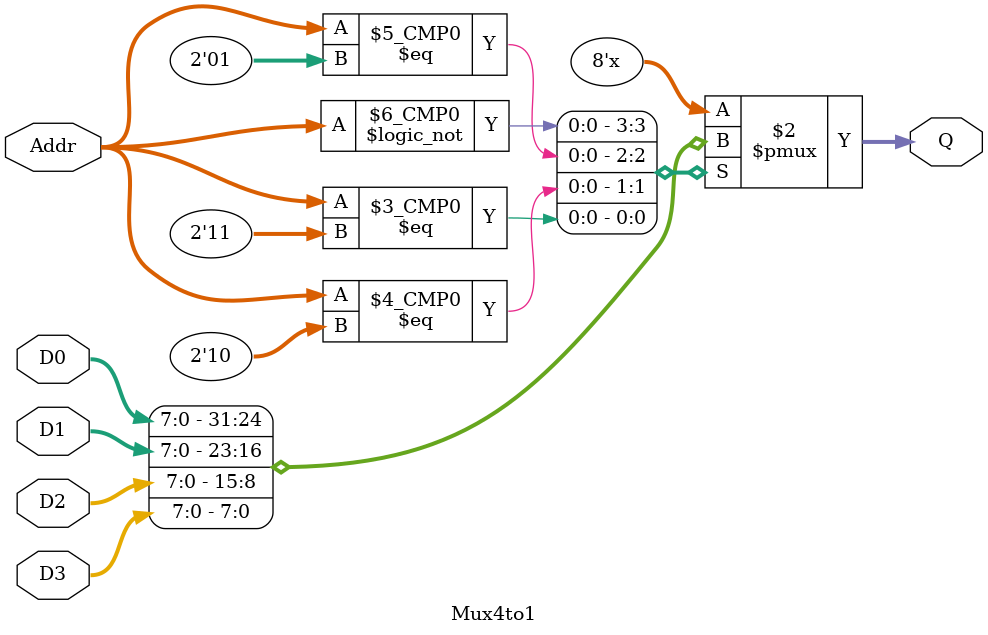
<source format=v>
module Mux4to1 (
    input [7:0] D0, D1, D2, D3,
    input [1:0] Addr,
    output reg [7:0] Q
);

always @(*) begin 
    case (Addr)
        2'b00: Q = D0;
        2'b01: Q = D1;
        2'b10: Q = D2;
        2'b11: Q = D3;
        default: Q = 8'b00000000;
    endcase
end

endmodule

</source>
